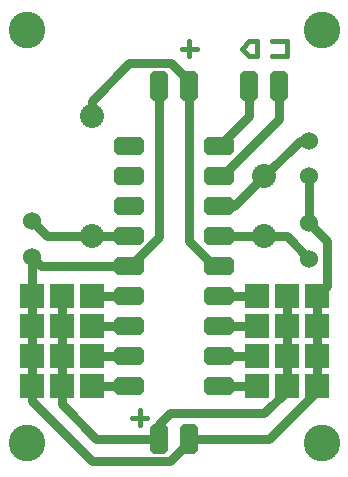
<source format=gbr>
G04 PROTEUS GERBER X2 FILE*
%TF.GenerationSoftware,Labcenter,Proteus,8.15-SP1-Build34318*%
%TF.CreationDate,2023-05-24T13:03:38+00:00*%
%TF.FileFunction,Copper,L1,Bot*%
%TF.FilePolarity,Positive*%
%TF.Part,Single*%
%TF.SameCoordinates,{c27d38b2-b7bb-4c40-b47e-9469ff27c1c2}*%
%FSLAX45Y45*%
%MOMM*%
G01*
%TA.AperFunction,Conductor*%
%ADD10C,0.762000*%
%TA.AperFunction,OtherPad,Unknown*%
%ADD11R,2.032000X2.032000*%
%AMDIL002*
4,1,8,
-1.270000,0.457200,-0.965200,0.762000,0.965200,0.762000,1.270000,0.457200,1.270000,-0.457200,
0.965200,-0.762000,-0.965200,-0.762000,-1.270000,-0.457200,-1.270000,0.457200,
0*%
%TA.AperFunction,ComponentPad*%
%ADD12DIL002*%
%TA.AperFunction,ComponentPad*%
%ADD13C,2.032000*%
%ADD14C,1.524000*%
%AMDIL005*
4,1,8,
-0.762000,0.965200,-0.457200,1.270000,0.457200,1.270000,0.762000,0.965200,0.762000,-0.965200,
0.457200,-1.270000,-0.457200,-1.270000,-0.762000,-0.965200,-0.762000,0.965200,
0*%
%ADD15DIL005*%
%TA.AperFunction,OtherPad,Unknown*%
%ADD16C,3.100000*%
%TA.AperFunction,NonConductor*%
%ADD17C,0.381000*%
%TD.AperFunction*%
D10*
X-698500Y-254000D02*
X-381000Y-254000D01*
X-698500Y-508000D02*
X-381000Y-508000D01*
X-698500Y-762000D02*
X-381000Y-762000D01*
X-698500Y-1016000D02*
X-381000Y-1016000D01*
X+381000Y-1016000D02*
X+698500Y-1016000D01*
X+698500Y-762000D02*
X+381000Y-762000D01*
X+381000Y-508000D02*
X+698500Y-508000D01*
X+698500Y-254000D02*
X+381000Y-254000D01*
X-381000Y+0D02*
X-372582Y+0D01*
X-127000Y+245582D01*
X-127000Y+1524000D01*
X+127000Y+1524000D02*
X+127000Y+211242D01*
X+338242Y+0D01*
X+381000Y+0D01*
X-1206500Y+381000D02*
X-1079500Y+254000D01*
X-698500Y+254000D01*
X-381000Y+254000D02*
X-698500Y+254000D01*
X+381000Y+1016000D02*
X+635000Y+1270000D01*
X+635000Y+1524000D01*
X+1206500Y-254000D02*
X+1206500Y-508000D01*
X+1206500Y-762000D01*
X+1206500Y-1016000D01*
X-1206500Y-762000D02*
X-1206500Y-508000D01*
X-1206500Y-1016000D02*
X-1206500Y-762000D01*
X+381000Y+762000D02*
X+401951Y+762000D01*
X+889000Y+1249049D01*
X+889000Y+1524000D01*
X+381000Y+254000D02*
X+762000Y+254000D01*
X+952500Y+254000D01*
X+1143000Y+63500D01*
X+1143000Y+363500D02*
X+1143000Y+762000D01*
X+1143000Y+363500D02*
X+1290952Y+215548D01*
X+1290952Y-169548D01*
X+1206500Y-254000D01*
X+381000Y+508000D02*
X+508000Y+508000D01*
X+762000Y+762000D01*
X+1062000Y+1062000D01*
X+1143000Y+1062000D01*
X-1206500Y+81000D02*
X-1125500Y+0D01*
X-381000Y+0D01*
X-698500Y+1270000D02*
X-698500Y+1397000D01*
X-379860Y+1715640D01*
X-24375Y+1715640D01*
X+127000Y+1564265D01*
X+127000Y+1524000D01*
X-1206500Y-508000D02*
X-1206500Y-254000D01*
X-1206500Y+81000D01*
X+952500Y-254000D02*
X+952500Y-508000D01*
X+952500Y-762000D01*
X+952500Y-914400D01*
X+952500Y-1016000D01*
X-952500Y-1016000D02*
X-952500Y-762000D01*
X-952500Y-508000D01*
X-952500Y-254000D01*
X-127000Y-1460500D02*
X-127000Y-1336527D01*
X-35073Y-1244600D01*
X+763911Y-1244600D01*
X+952500Y-1056011D01*
X+952500Y-1016000D01*
X-952500Y-1016000D02*
X-952500Y-1168400D01*
X-660400Y-1460500D01*
X-127000Y-1460500D01*
X-1206500Y-1016000D02*
X-1206500Y-1143000D01*
X-698030Y-1651470D01*
X-33729Y-1651470D01*
X+127000Y-1490741D01*
X+127000Y-1460500D01*
X+800938Y-1460500D01*
X+1206500Y-1054938D01*
X+1206500Y-1016000D01*
D11*
X-698500Y-254000D03*
X-698500Y-508000D03*
X-698500Y-762000D03*
X-698500Y-1016000D03*
X+698500Y-1016000D03*
X+698500Y-762000D03*
X+698500Y-508000D03*
X+698500Y-254000D03*
X+1206500Y-254000D03*
D12*
X-381000Y+1016000D03*
X-381000Y+762000D03*
X-381000Y+508000D03*
X-381000Y+254000D03*
X-381000Y+0D03*
X-381000Y-254000D03*
X-381000Y-508000D03*
X-381000Y-762000D03*
X-381000Y-1016000D03*
X+381000Y-1016000D03*
X+381000Y-762000D03*
X+381000Y-508000D03*
X+381000Y-254000D03*
X+381000Y+0D03*
X+381000Y+254000D03*
X+381000Y+508000D03*
X+381000Y+762000D03*
X+381000Y+1016000D03*
D13*
X+762000Y+762000D03*
X+762000Y+254000D03*
D14*
X+1143000Y+1062000D03*
X+1143000Y+762000D03*
X+1143000Y+63500D03*
X+1143000Y+363500D03*
X-1206500Y+381000D03*
X-1206500Y+81000D03*
D13*
X-698500Y+254000D03*
X-698500Y+1270000D03*
D15*
X+127000Y+1524000D03*
X-127000Y+1524000D03*
X+889000Y+1524000D03*
X+635000Y+1524000D03*
D11*
X+1206500Y-508000D03*
X+1206500Y-762000D03*
X+952500Y-1016000D03*
X+1206500Y-1016000D03*
X-1206500Y-254000D03*
X-1206500Y-508000D03*
X-1206500Y-762000D03*
X-1206500Y-1016000D03*
D16*
X-1250000Y-1500000D03*
X+1250000Y-1500000D03*
X-1250000Y+2000000D03*
X+1250000Y+2000000D03*
D11*
X+952500Y-762000D03*
X+952500Y-508000D03*
X+952500Y-254000D03*
X-952500Y-1016000D03*
X-952500Y-762000D03*
X-952500Y-508000D03*
X-952500Y-254000D03*
D15*
X-127000Y-1460500D03*
X+127000Y-1460500D03*
D17*
X+127000Y+1905000D02*
X+127000Y+1778000D01*
X+63500Y+1841500D02*
X+190500Y+1841500D01*
X+952500Y+1905000D02*
X+825500Y+1905000D01*
X+952500Y+1905000D02*
X+952500Y+1778000D01*
X+825500Y+1778000D02*
X+952500Y+1778000D01*
X+635000Y+1905000D02*
X+571500Y+1841500D01*
X+635000Y+1778000D01*
X+698500Y+1778000D01*
X+698500Y+1905000D01*
X+635000Y+1905000D01*
X-292100Y-1219200D02*
X-292100Y-1346200D01*
X-355600Y-1282700D02*
X-228600Y-1282700D01*
M02*

</source>
